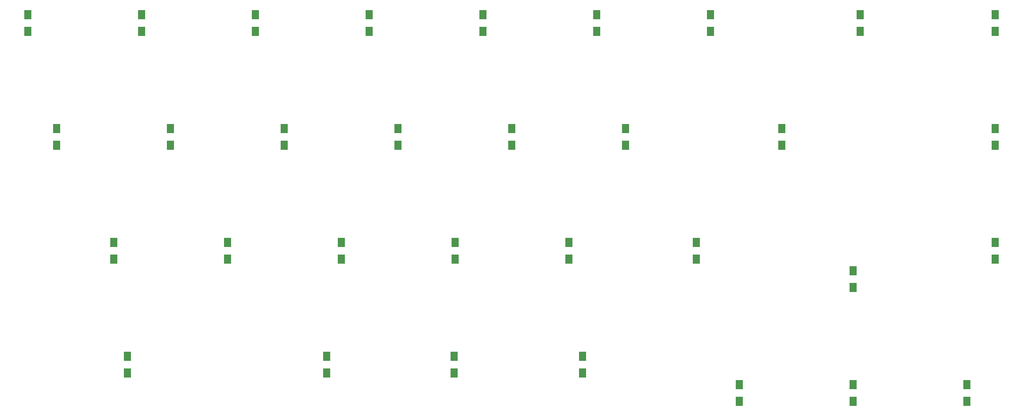
<source format=gbr>
G04 #@! TF.GenerationSoftware,KiCad,Pcbnew,(5.1.4)-1*
G04 #@! TF.CreationDate,2020-12-24T16:57:23-08:00*
G04 #@! TF.ProjectId,fracture-pcb-final,66726163-7475-4726-952d-7063622d6669,rev?*
G04 #@! TF.SameCoordinates,Original*
G04 #@! TF.FileFunction,Paste,Top*
G04 #@! TF.FilePolarity,Positive*
%FSLAX46Y46*%
G04 Gerber Fmt 4.6, Leading zero omitted, Abs format (unit mm)*
G04 Created by KiCad (PCBNEW (5.1.4)-1) date 2020-12-24 16:57:23*
%MOMM*%
%LPD*%
G04 APERTURE LIST*
%ADD10R,1.200000X1.600000*%
G04 APERTURE END LIST*
D10*
X302006000Y-103375000D03*
X302006000Y-106175000D03*
X278257000Y-127187500D03*
X278257000Y-129987500D03*
X254381000Y-65275000D03*
X254381000Y-68075000D03*
X279400000Y-65275000D03*
X279400000Y-68075000D03*
X297307000Y-127187500D03*
X297307000Y-129987500D03*
X259207000Y-127187500D03*
X259207000Y-129987500D03*
X251968000Y-103375000D03*
X251968000Y-106175000D03*
X240157000Y-84325000D03*
X240157000Y-87125000D03*
X302006000Y-65275000D03*
X302006000Y-68075000D03*
X266319000Y-84325000D03*
X266319000Y-87125000D03*
X302006000Y-84325000D03*
X302006000Y-87125000D03*
X154432000Y-103375000D03*
X154432000Y-106175000D03*
X159131000Y-65275000D03*
X159131000Y-68075000D03*
X235331000Y-65275000D03*
X235331000Y-68075000D03*
X278257000Y-108137500D03*
X278257000Y-110937500D03*
X232918000Y-122425000D03*
X232918000Y-125225000D03*
X178181000Y-65275000D03*
X178181000Y-68075000D03*
X190119000Y-122425000D03*
X190119000Y-125225000D03*
X173482000Y-103375000D03*
X173482000Y-106175000D03*
X192532000Y-103375000D03*
X192532000Y-106175000D03*
X163957000Y-84325000D03*
X163957000Y-87125000D03*
X216281000Y-65275000D03*
X216281000Y-68075000D03*
X202057000Y-84325000D03*
X202057000Y-87125000D03*
X140081000Y-65275000D03*
X140081000Y-68075000D03*
X144907000Y-84325000D03*
X144907000Y-87125000D03*
X211455000Y-122425000D03*
X211455000Y-125225000D03*
X230632000Y-103375000D03*
X230632000Y-106175000D03*
X183007000Y-84325000D03*
X183007000Y-87125000D03*
X197231000Y-65275000D03*
X197231000Y-68075000D03*
X221107000Y-84325000D03*
X221107000Y-87125000D03*
X211582000Y-103375000D03*
X211582000Y-106175000D03*
X156718000Y-122425000D03*
X156718000Y-125225000D03*
M02*

</source>
